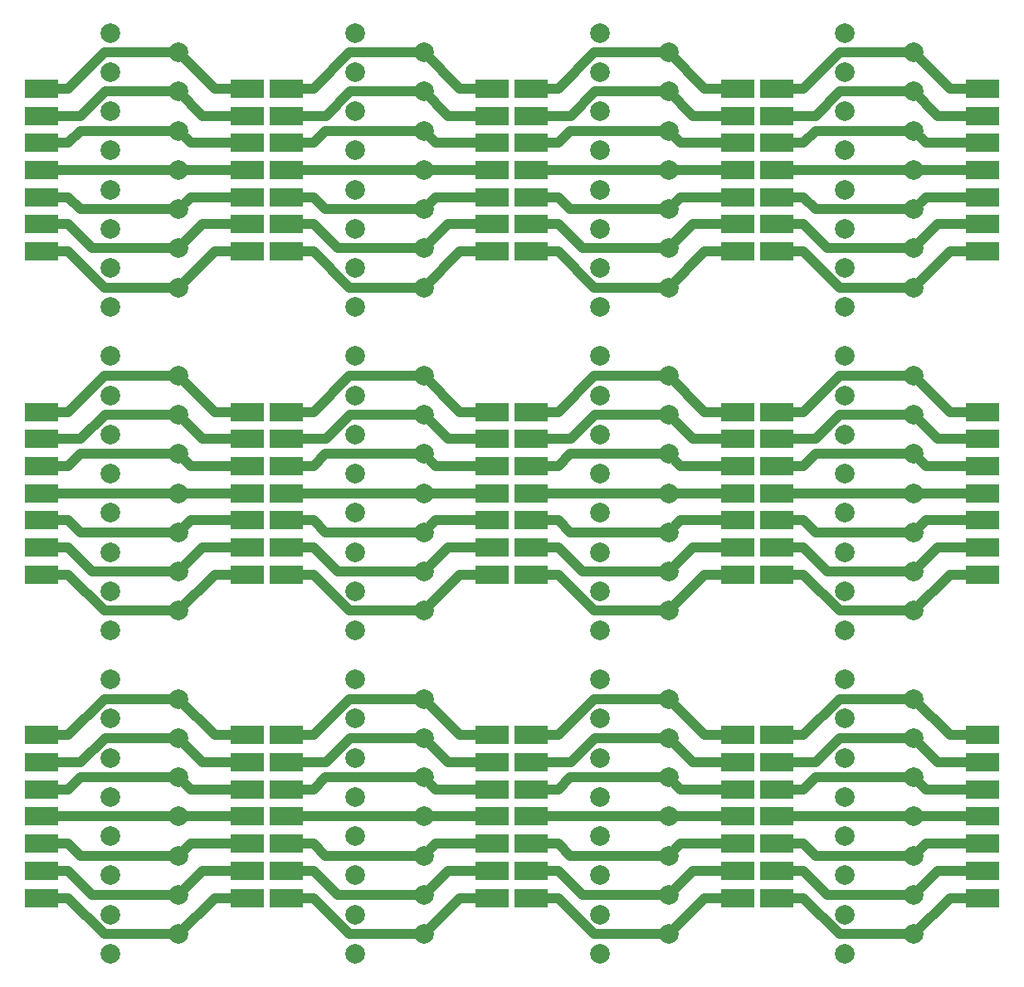
<source format=gbl>
G04 #@! TF.GenerationSoftware,KiCad,Pcbnew,(5.1.5)-3*
G04 #@! TF.CreationDate,2021-03-23T18:23:01+09:00*
G04 #@! TF.ProjectId,DSub15TestPoint(3x4),44537562-3135-4546-9573-74506f696e74,rev?*
G04 #@! TF.SameCoordinates,Original*
G04 #@! TF.FileFunction,Copper,L2,Bot*
G04 #@! TF.FilePolarity,Positive*
%FSLAX46Y46*%
G04 Gerber Fmt 4.6, Leading zero omitted, Abs format (unit mm)*
G04 Created by KiCad (PCBNEW (5.1.5)-3) date 2021-03-23 18:23:01*
%MOMM*%
%LPD*%
G04 APERTURE LIST*
%ADD10C,2.000000*%
%ADD11R,3.480000X1.846667*%
%ADD12C,1.000000*%
G04 APERTURE END LIST*
D10*
X114000000Y-98500000D03*
X121000000Y-116500000D03*
X114000000Y-102500000D03*
X114000000Y-106500000D03*
X114000000Y-110500000D03*
X114000000Y-114500000D03*
X121000000Y-124500000D03*
X121000000Y-100500000D03*
X71000000Y-112500000D03*
X71000000Y-104500000D03*
X114000000Y-126500000D03*
X114000000Y-122500000D03*
X71000000Y-108500000D03*
X114000000Y-118500000D03*
X96000000Y-108500000D03*
X96000000Y-112500000D03*
X121000000Y-120500000D03*
D11*
X128000000Y-120810000D03*
X128000000Y-118040000D03*
X128000000Y-115270000D03*
X128000000Y-112500000D03*
X128000000Y-109730000D03*
X128000000Y-106960000D03*
X128000000Y-104190000D03*
D10*
X96000000Y-100500000D03*
D11*
X107000000Y-120810000D03*
X107000000Y-118040000D03*
X107000000Y-115270000D03*
X107000000Y-112500000D03*
X107000000Y-109730000D03*
X107000000Y-106960000D03*
X107000000Y-104190000D03*
D10*
X89000000Y-126500000D03*
X121000000Y-104500000D03*
X121000000Y-108500000D03*
X71000000Y-116500000D03*
X121000000Y-112500000D03*
X96000000Y-104500000D03*
X89000000Y-102500000D03*
D11*
X82000000Y-120810000D03*
X82000000Y-118040000D03*
X82000000Y-115270000D03*
X82000000Y-112500000D03*
X82000000Y-109730000D03*
X82000000Y-106960000D03*
X82000000Y-104190000D03*
X103000000Y-120810000D03*
X103000000Y-118040000D03*
X103000000Y-115270000D03*
X103000000Y-112500000D03*
X103000000Y-109730000D03*
X103000000Y-106960000D03*
X103000000Y-104190000D03*
D10*
X89000000Y-114500000D03*
X89000000Y-98500000D03*
X89000000Y-110500000D03*
X46000000Y-120500000D03*
X64000000Y-98500000D03*
X96000000Y-120500000D03*
X89000000Y-106500000D03*
X64000000Y-102500000D03*
X96000000Y-124500000D03*
X89000000Y-118500000D03*
X46000000Y-104500000D03*
X96000000Y-116500000D03*
X71000000Y-100500000D03*
X89000000Y-122500000D03*
X71000000Y-124500000D03*
X39000000Y-126500000D03*
D11*
X32000000Y-120810000D03*
X32000000Y-118040000D03*
X32000000Y-115270000D03*
X32000000Y-112500000D03*
X32000000Y-109730000D03*
X32000000Y-106960000D03*
X32000000Y-104190000D03*
D10*
X39000000Y-114500000D03*
D11*
X53000000Y-120810000D03*
X53000000Y-118040000D03*
X53000000Y-115270000D03*
X53000000Y-112500000D03*
X53000000Y-109730000D03*
X53000000Y-106960000D03*
X53000000Y-104190000D03*
D10*
X39000000Y-118500000D03*
X39000000Y-122500000D03*
X64000000Y-126500000D03*
X39000000Y-110500000D03*
D11*
X78000000Y-120810000D03*
X78000000Y-118040000D03*
X78000000Y-115270000D03*
X78000000Y-112500000D03*
X78000000Y-109730000D03*
X78000000Y-106960000D03*
X78000000Y-104190000D03*
X57000000Y-120810000D03*
X57000000Y-118040000D03*
X57000000Y-115270000D03*
X57000000Y-112500000D03*
X57000000Y-109730000D03*
X57000000Y-106960000D03*
X57000000Y-104190000D03*
D10*
X39000000Y-98500000D03*
X64000000Y-114500000D03*
X46000000Y-116500000D03*
X46000000Y-108500000D03*
X64000000Y-118500000D03*
X46000000Y-124500000D03*
X39000000Y-102500000D03*
X39000000Y-106500000D03*
X46000000Y-100500000D03*
X64000000Y-106500000D03*
X46000000Y-112500000D03*
X64000000Y-122500000D03*
X71000000Y-120500000D03*
X64000000Y-110500000D03*
X114000000Y-73500000D03*
X121000000Y-83500000D03*
X114000000Y-69500000D03*
X114000000Y-65500000D03*
X121000000Y-67500000D03*
X121000000Y-91500000D03*
X114000000Y-77500000D03*
X114000000Y-81500000D03*
X121000000Y-71500000D03*
X121000000Y-75500000D03*
X121000000Y-79500000D03*
X121000000Y-87500000D03*
X114000000Y-93500000D03*
D11*
X128000000Y-71190000D03*
X128000000Y-73960000D03*
X128000000Y-76730000D03*
X128000000Y-79500000D03*
X128000000Y-82270000D03*
X128000000Y-85040000D03*
X128000000Y-87810000D03*
D10*
X114000000Y-89500000D03*
X96000000Y-67500000D03*
D11*
X107000000Y-71190000D03*
X107000000Y-73960000D03*
X107000000Y-76730000D03*
X107000000Y-79500000D03*
X107000000Y-82270000D03*
X107000000Y-85040000D03*
X107000000Y-87810000D03*
D10*
X96000000Y-71500000D03*
X114000000Y-85500000D03*
X96000000Y-79500000D03*
X96000000Y-75500000D03*
X71000000Y-75500000D03*
X71000000Y-83500000D03*
X71000000Y-79500000D03*
X71000000Y-71500000D03*
X89000000Y-93500000D03*
X96000000Y-91500000D03*
X89000000Y-69500000D03*
X96000000Y-83500000D03*
X89000000Y-65500000D03*
X89000000Y-85500000D03*
D11*
X82000000Y-71190000D03*
X82000000Y-73960000D03*
X82000000Y-76730000D03*
X82000000Y-79500000D03*
X82000000Y-82270000D03*
X82000000Y-85040000D03*
X82000000Y-87810000D03*
D10*
X96000000Y-87500000D03*
X71000000Y-67500000D03*
X89000000Y-73500000D03*
D11*
X103000000Y-71190000D03*
X103000000Y-73960000D03*
X103000000Y-76730000D03*
X103000000Y-79500000D03*
X103000000Y-82270000D03*
X103000000Y-85040000D03*
X103000000Y-87810000D03*
D10*
X89000000Y-81500000D03*
X89000000Y-77500000D03*
X89000000Y-89500000D03*
X71000000Y-91500000D03*
X64000000Y-65500000D03*
X46000000Y-87500000D03*
X46000000Y-71500000D03*
X64000000Y-69500000D03*
X64000000Y-77500000D03*
D11*
X57000000Y-71190000D03*
X57000000Y-73960000D03*
X57000000Y-76730000D03*
X57000000Y-79500000D03*
X57000000Y-82270000D03*
X57000000Y-85040000D03*
X57000000Y-87810000D03*
D10*
X64000000Y-89500000D03*
X64000000Y-81500000D03*
X64000000Y-93500000D03*
D11*
X78000000Y-71190000D03*
X78000000Y-73960000D03*
X78000000Y-76730000D03*
X78000000Y-79500000D03*
X78000000Y-82270000D03*
X78000000Y-85040000D03*
X78000000Y-87810000D03*
D10*
X46000000Y-83500000D03*
X46000000Y-75500000D03*
X46000000Y-67500000D03*
X64000000Y-85500000D03*
X64000000Y-73500000D03*
X46000000Y-79500000D03*
X71000000Y-87500000D03*
X46000000Y-91500000D03*
X39000000Y-65500000D03*
X39000000Y-69500000D03*
X39000000Y-73500000D03*
X39000000Y-77500000D03*
D11*
X32000000Y-71190000D03*
X32000000Y-73960000D03*
X32000000Y-76730000D03*
X32000000Y-79500000D03*
X32000000Y-82270000D03*
X32000000Y-85040000D03*
X32000000Y-87810000D03*
D10*
X39000000Y-81500000D03*
D11*
X53000000Y-71190000D03*
X53000000Y-73960000D03*
X53000000Y-76730000D03*
X53000000Y-79500000D03*
X53000000Y-82270000D03*
X53000000Y-85040000D03*
X53000000Y-87810000D03*
D10*
X39000000Y-85500000D03*
X39000000Y-89500000D03*
X39000000Y-93500000D03*
D11*
X32000000Y-54810000D03*
X32000000Y-52040000D03*
X32000000Y-49270000D03*
X32000000Y-46500000D03*
X32000000Y-43730000D03*
X32000000Y-40960000D03*
X32000000Y-38190000D03*
X53000000Y-54810000D03*
X53000000Y-52040000D03*
X53000000Y-49270000D03*
X53000000Y-46500000D03*
X53000000Y-43730000D03*
X53000000Y-40960000D03*
X53000000Y-38190000D03*
D10*
X39000000Y-60500000D03*
X39000000Y-56500000D03*
X39000000Y-52500000D03*
X39000000Y-48500000D03*
X39000000Y-44500000D03*
X39000000Y-40500000D03*
X39000000Y-36500000D03*
X39000000Y-32500000D03*
X46000000Y-58500000D03*
X46000000Y-54500000D03*
X46000000Y-50500000D03*
X46000000Y-46500000D03*
X46000000Y-42500000D03*
X46000000Y-38500000D03*
X46000000Y-34500000D03*
D11*
X57000000Y-54810000D03*
X57000000Y-52040000D03*
X57000000Y-49270000D03*
X57000000Y-46500000D03*
X57000000Y-43730000D03*
X57000000Y-40960000D03*
X57000000Y-38190000D03*
X78000000Y-54810000D03*
X78000000Y-52040000D03*
X78000000Y-49270000D03*
X78000000Y-46500000D03*
X78000000Y-43730000D03*
X78000000Y-40960000D03*
X78000000Y-38190000D03*
D10*
X64000000Y-60500000D03*
X64000000Y-56500000D03*
X64000000Y-52500000D03*
X64000000Y-48500000D03*
X64000000Y-44500000D03*
X64000000Y-40500000D03*
X64000000Y-36500000D03*
X64000000Y-32500000D03*
X71000000Y-58500000D03*
X71000000Y-54500000D03*
X71000000Y-50500000D03*
X71000000Y-46500000D03*
X71000000Y-42500000D03*
X71000000Y-38500000D03*
X71000000Y-34500000D03*
D11*
X82000000Y-54810000D03*
X82000000Y-52040000D03*
X82000000Y-49270000D03*
X82000000Y-46500000D03*
X82000000Y-43730000D03*
X82000000Y-40960000D03*
X82000000Y-38190000D03*
X103000000Y-54810000D03*
X103000000Y-52040000D03*
X103000000Y-49270000D03*
X103000000Y-46500000D03*
X103000000Y-43730000D03*
X103000000Y-40960000D03*
X103000000Y-38190000D03*
D10*
X89000000Y-60500000D03*
X89000000Y-56500000D03*
X89000000Y-52500000D03*
X89000000Y-48500000D03*
X89000000Y-44500000D03*
X89000000Y-40500000D03*
X89000000Y-36500000D03*
X89000000Y-32500000D03*
X96000000Y-58500000D03*
X96000000Y-54500000D03*
X96000000Y-50500000D03*
X96000000Y-46500000D03*
X96000000Y-42500000D03*
X96000000Y-38500000D03*
X96000000Y-34500000D03*
D11*
X107000000Y-54810000D03*
X107000000Y-52040000D03*
X107000000Y-49270000D03*
X107000000Y-46500000D03*
X107000000Y-43730000D03*
X107000000Y-40960000D03*
X107000000Y-38190000D03*
X128000000Y-54810000D03*
X128000000Y-52040000D03*
X128000000Y-49270000D03*
X128000000Y-46500000D03*
X128000000Y-43730000D03*
X128000000Y-40960000D03*
X128000000Y-38190000D03*
D10*
X114000000Y-60500000D03*
X114000000Y-56500000D03*
X114000000Y-52500000D03*
X114000000Y-48500000D03*
X114000000Y-44500000D03*
X114000000Y-40500000D03*
X114000000Y-36500000D03*
X114000000Y-32500000D03*
X121000000Y-58500000D03*
X121000000Y-54500000D03*
X121000000Y-50500000D03*
X121000000Y-46500000D03*
X121000000Y-42500000D03*
X121000000Y-38500000D03*
X121000000Y-34500000D03*
D12*
X49690000Y-54810000D02*
X46000000Y-58500000D01*
X53000000Y-54810000D02*
X49690000Y-54810000D01*
X38430000Y-58500000D02*
X44585787Y-58500000D01*
X44585787Y-58500000D02*
X46000000Y-58500000D01*
X34740000Y-54810000D02*
X38430000Y-58500000D01*
X32000000Y-54810000D02*
X34740000Y-54810000D01*
X74690000Y-54810000D02*
X71000000Y-58500000D01*
X78000000Y-54810000D02*
X74690000Y-54810000D01*
X63430000Y-58500000D02*
X69585787Y-58500000D01*
X69585787Y-58500000D02*
X71000000Y-58500000D01*
X59740000Y-54810000D02*
X63430000Y-58500000D01*
X57000000Y-54810000D02*
X59740000Y-54810000D01*
X99690000Y-54810000D02*
X96000000Y-58500000D01*
X103000000Y-54810000D02*
X99690000Y-54810000D01*
X88430000Y-58500000D02*
X94585787Y-58500000D01*
X94585787Y-58500000D02*
X96000000Y-58500000D01*
X84740000Y-54810000D02*
X88430000Y-58500000D01*
X82000000Y-54810000D02*
X84740000Y-54810000D01*
X124690000Y-54810000D02*
X121000000Y-58500000D01*
X128000000Y-54810000D02*
X124690000Y-54810000D01*
X113430000Y-58500000D02*
X119585787Y-58500000D01*
X119585787Y-58500000D02*
X121000000Y-58500000D01*
X109740000Y-54810000D02*
X113430000Y-58500000D01*
X107000000Y-54810000D02*
X109740000Y-54810000D01*
X49690000Y-87810000D02*
X46000000Y-91500000D01*
X53000000Y-87810000D02*
X49690000Y-87810000D01*
X38430000Y-91500000D02*
X44585787Y-91500000D01*
X63430000Y-91500000D02*
X69585787Y-91500000D01*
X74690000Y-87810000D02*
X71000000Y-91500000D01*
X57000000Y-87810000D02*
X59740000Y-87810000D01*
X78000000Y-87810000D02*
X74690000Y-87810000D01*
X69585787Y-91500000D02*
X71000000Y-91500000D01*
X59740000Y-87810000D02*
X63430000Y-91500000D01*
X44585787Y-91500000D02*
X46000000Y-91500000D01*
X34740000Y-87810000D02*
X38430000Y-91500000D01*
X32000000Y-87810000D02*
X34740000Y-87810000D01*
X88430000Y-91500000D02*
X94585787Y-91500000D01*
X84740000Y-87810000D02*
X88430000Y-91500000D01*
X103000000Y-87810000D02*
X99690000Y-87810000D01*
X82000000Y-87810000D02*
X84740000Y-87810000D01*
X99690000Y-87810000D02*
X96000000Y-91500000D01*
X94585787Y-91500000D02*
X96000000Y-91500000D01*
X128000000Y-87810000D02*
X124690000Y-87810000D01*
X109740000Y-87810000D02*
X113430000Y-91500000D01*
X124690000Y-87810000D02*
X121000000Y-91500000D01*
X119585787Y-91500000D02*
X121000000Y-91500000D01*
X113430000Y-91500000D02*
X119585787Y-91500000D01*
X107000000Y-87810000D02*
X109740000Y-87810000D01*
X49690000Y-120810000D02*
X46000000Y-124500000D01*
X53000000Y-120810000D02*
X49690000Y-120810000D01*
X38430000Y-124500000D02*
X44585787Y-124500000D01*
X63430000Y-124500000D02*
X69585787Y-124500000D01*
X74690000Y-120810000D02*
X71000000Y-124500000D01*
X69585787Y-124500000D02*
X71000000Y-124500000D01*
X57000000Y-120810000D02*
X59740000Y-120810000D01*
X44585787Y-124500000D02*
X46000000Y-124500000D01*
X59740000Y-120810000D02*
X63430000Y-124500000D01*
X78000000Y-120810000D02*
X74690000Y-120810000D01*
X34740000Y-120810000D02*
X38430000Y-124500000D01*
X32000000Y-120810000D02*
X34740000Y-120810000D01*
X94585787Y-124500000D02*
X96000000Y-124500000D01*
X82000000Y-120810000D02*
X84740000Y-120810000D01*
X88430000Y-124500000D02*
X94585787Y-124500000D01*
X84740000Y-120810000D02*
X88430000Y-124500000D01*
X99690000Y-120810000D02*
X96000000Y-124500000D01*
X103000000Y-120810000D02*
X99690000Y-120810000D01*
X119585787Y-124500000D02*
X121000000Y-124500000D01*
X107000000Y-120810000D02*
X109740000Y-120810000D01*
X109740000Y-120810000D02*
X113430000Y-124500000D01*
X128000000Y-120810000D02*
X124690000Y-120810000D01*
X113430000Y-124500000D02*
X119585787Y-124500000D01*
X124690000Y-120810000D02*
X121000000Y-124500000D01*
X48460000Y-52040000D02*
X46000000Y-54500000D01*
X53000000Y-52040000D02*
X48460000Y-52040000D01*
X44585787Y-54500000D02*
X46000000Y-54500000D01*
X37200000Y-54500000D02*
X44585787Y-54500000D01*
X34740000Y-52040000D02*
X37200000Y-54500000D01*
X32000000Y-52040000D02*
X34740000Y-52040000D01*
X73460000Y-52040000D02*
X71000000Y-54500000D01*
X78000000Y-52040000D02*
X73460000Y-52040000D01*
X69585787Y-54500000D02*
X71000000Y-54500000D01*
X62200000Y-54500000D02*
X69585787Y-54500000D01*
X59740000Y-52040000D02*
X62200000Y-54500000D01*
X57000000Y-52040000D02*
X59740000Y-52040000D01*
X98460000Y-52040000D02*
X96000000Y-54500000D01*
X103000000Y-52040000D02*
X98460000Y-52040000D01*
X94585787Y-54500000D02*
X96000000Y-54500000D01*
X87200000Y-54500000D02*
X94585787Y-54500000D01*
X84740000Y-52040000D02*
X87200000Y-54500000D01*
X82000000Y-52040000D02*
X84740000Y-52040000D01*
X123460000Y-52040000D02*
X121000000Y-54500000D01*
X128000000Y-52040000D02*
X123460000Y-52040000D01*
X119585787Y-54500000D02*
X121000000Y-54500000D01*
X112200000Y-54500000D02*
X119585787Y-54500000D01*
X109740000Y-52040000D02*
X112200000Y-54500000D01*
X107000000Y-52040000D02*
X109740000Y-52040000D01*
X59740000Y-85040000D02*
X62200000Y-87500000D01*
X57000000Y-85040000D02*
X59740000Y-85040000D01*
X69585787Y-87500000D02*
X71000000Y-87500000D01*
X62200000Y-87500000D02*
X69585787Y-87500000D01*
X73460000Y-85040000D02*
X71000000Y-87500000D01*
X78000000Y-85040000D02*
X73460000Y-85040000D01*
X53000000Y-85040000D02*
X48460000Y-85040000D01*
X34740000Y-85040000D02*
X37200000Y-87500000D01*
X44585787Y-87500000D02*
X46000000Y-87500000D01*
X37200000Y-87500000D02*
X44585787Y-87500000D01*
X32000000Y-85040000D02*
X34740000Y-85040000D01*
X48460000Y-85040000D02*
X46000000Y-87500000D01*
X103000000Y-85040000D02*
X98460000Y-85040000D01*
X94585787Y-87500000D02*
X96000000Y-87500000D01*
X98460000Y-85040000D02*
X96000000Y-87500000D01*
X87200000Y-87500000D02*
X94585787Y-87500000D01*
X82000000Y-85040000D02*
X84740000Y-85040000D01*
X84740000Y-85040000D02*
X87200000Y-87500000D01*
X123460000Y-85040000D02*
X121000000Y-87500000D01*
X119585787Y-87500000D02*
X121000000Y-87500000D01*
X107000000Y-85040000D02*
X109740000Y-85040000D01*
X128000000Y-85040000D02*
X123460000Y-85040000D01*
X109740000Y-85040000D02*
X112200000Y-87500000D01*
X112200000Y-87500000D02*
X119585787Y-87500000D01*
X62200000Y-120500000D02*
X69585787Y-120500000D01*
X57000000Y-118040000D02*
X59740000Y-118040000D01*
X69585787Y-120500000D02*
X71000000Y-120500000D01*
X59740000Y-118040000D02*
X62200000Y-120500000D01*
X53000000Y-118040000D02*
X48460000Y-118040000D01*
X34740000Y-118040000D02*
X37200000Y-120500000D01*
X78000000Y-118040000D02*
X73460000Y-118040000D01*
X73460000Y-118040000D02*
X71000000Y-120500000D01*
X44585787Y-120500000D02*
X46000000Y-120500000D01*
X37200000Y-120500000D02*
X44585787Y-120500000D01*
X32000000Y-118040000D02*
X34740000Y-118040000D01*
X94585787Y-120500000D02*
X96000000Y-120500000D01*
X48460000Y-118040000D02*
X46000000Y-120500000D01*
X98460000Y-118040000D02*
X96000000Y-120500000D01*
X103000000Y-118040000D02*
X98460000Y-118040000D01*
X82000000Y-118040000D02*
X84740000Y-118040000D01*
X84740000Y-118040000D02*
X87200000Y-120500000D01*
X87200000Y-120500000D02*
X94585787Y-120500000D01*
X112200000Y-120500000D02*
X119585787Y-120500000D01*
X123460000Y-118040000D02*
X121000000Y-120500000D01*
X109740000Y-118040000D02*
X112200000Y-120500000D01*
X119585787Y-120500000D02*
X121000000Y-120500000D01*
X107000000Y-118040000D02*
X109740000Y-118040000D01*
X128000000Y-118040000D02*
X123460000Y-118040000D01*
X47230000Y-49270000D02*
X46000000Y-50500000D01*
X53000000Y-49270000D02*
X47230000Y-49270000D01*
X44585787Y-50500000D02*
X46000000Y-50500000D01*
X35970000Y-50500000D02*
X44585787Y-50500000D01*
X34740000Y-49270000D02*
X35970000Y-50500000D01*
X32000000Y-49270000D02*
X34740000Y-49270000D01*
X72230000Y-49270000D02*
X71000000Y-50500000D01*
X78000000Y-49270000D02*
X72230000Y-49270000D01*
X69585787Y-50500000D02*
X71000000Y-50500000D01*
X60970000Y-50500000D02*
X69585787Y-50500000D01*
X59740000Y-49270000D02*
X60970000Y-50500000D01*
X57000000Y-49270000D02*
X59740000Y-49270000D01*
X97230000Y-49270000D02*
X96000000Y-50500000D01*
X103000000Y-49270000D02*
X97230000Y-49270000D01*
X94585787Y-50500000D02*
X96000000Y-50500000D01*
X85970000Y-50500000D02*
X94585787Y-50500000D01*
X84740000Y-49270000D02*
X85970000Y-50500000D01*
X82000000Y-49270000D02*
X84740000Y-49270000D01*
X122230000Y-49270000D02*
X121000000Y-50500000D01*
X128000000Y-49270000D02*
X122230000Y-49270000D01*
X119585787Y-50500000D02*
X121000000Y-50500000D01*
X110970000Y-50500000D02*
X119585787Y-50500000D01*
X109740000Y-49270000D02*
X110970000Y-50500000D01*
X107000000Y-49270000D02*
X109740000Y-49270000D01*
X69585787Y-83500000D02*
X71000000Y-83500000D01*
X60970000Y-83500000D02*
X69585787Y-83500000D01*
X57000000Y-82270000D02*
X59740000Y-82270000D01*
X78000000Y-82270000D02*
X72230000Y-82270000D01*
X59740000Y-82270000D02*
X60970000Y-83500000D01*
X72230000Y-82270000D02*
X71000000Y-83500000D01*
X47230000Y-82270000D02*
X46000000Y-83500000D01*
X53000000Y-82270000D02*
X47230000Y-82270000D01*
X35970000Y-83500000D02*
X44585787Y-83500000D01*
X34740000Y-82270000D02*
X35970000Y-83500000D01*
X44585787Y-83500000D02*
X46000000Y-83500000D01*
X32000000Y-82270000D02*
X34740000Y-82270000D01*
X85970000Y-83500000D02*
X94585787Y-83500000D01*
X97230000Y-82270000D02*
X96000000Y-83500000D01*
X82000000Y-82270000D02*
X84740000Y-82270000D01*
X84740000Y-82270000D02*
X85970000Y-83500000D01*
X94585787Y-83500000D02*
X96000000Y-83500000D01*
X103000000Y-82270000D02*
X97230000Y-82270000D01*
X119585787Y-83500000D02*
X121000000Y-83500000D01*
X109740000Y-82270000D02*
X110970000Y-83500000D01*
X107000000Y-82270000D02*
X109740000Y-82270000D01*
X122230000Y-82270000D02*
X121000000Y-83500000D01*
X110970000Y-83500000D02*
X119585787Y-83500000D01*
X128000000Y-82270000D02*
X122230000Y-82270000D01*
X78000000Y-115270000D02*
X72230000Y-115270000D01*
X69585787Y-116500000D02*
X71000000Y-116500000D01*
X57000000Y-115270000D02*
X59740000Y-115270000D01*
X60970000Y-116500000D02*
X69585787Y-116500000D01*
X59740000Y-115270000D02*
X60970000Y-116500000D01*
X72230000Y-115270000D02*
X71000000Y-116500000D01*
X47230000Y-115270000D02*
X46000000Y-116500000D01*
X44585787Y-116500000D02*
X46000000Y-116500000D01*
X35970000Y-116500000D02*
X44585787Y-116500000D01*
X53000000Y-115270000D02*
X47230000Y-115270000D01*
X32000000Y-115270000D02*
X34740000Y-115270000D01*
X34740000Y-115270000D02*
X35970000Y-116500000D01*
X97230000Y-115270000D02*
X96000000Y-116500000D01*
X82000000Y-115270000D02*
X84740000Y-115270000D01*
X103000000Y-115270000D02*
X97230000Y-115270000D01*
X94585787Y-116500000D02*
X96000000Y-116500000D01*
X84740000Y-115270000D02*
X85970000Y-116500000D01*
X85970000Y-116500000D02*
X94585787Y-116500000D01*
X109740000Y-115270000D02*
X110970000Y-116500000D01*
X122230000Y-115270000D02*
X121000000Y-116500000D01*
X119585787Y-116500000D02*
X121000000Y-116500000D01*
X110970000Y-116500000D02*
X119585787Y-116500000D01*
X128000000Y-115270000D02*
X122230000Y-115270000D01*
X107000000Y-115270000D02*
X109740000Y-115270000D01*
X53000000Y-46500000D02*
X46000000Y-46500000D01*
X46000000Y-46500000D02*
X32000000Y-46500000D01*
X78000000Y-46500000D02*
X71000000Y-46500000D01*
X71000000Y-46500000D02*
X57000000Y-46500000D01*
X103000000Y-46500000D02*
X96000000Y-46500000D01*
X96000000Y-46500000D02*
X82000000Y-46500000D01*
X128000000Y-46500000D02*
X121000000Y-46500000D01*
X121000000Y-46500000D02*
X107000000Y-46500000D01*
X71000000Y-79500000D02*
X57000000Y-79500000D01*
X78000000Y-79500000D02*
X71000000Y-79500000D01*
X46000000Y-79500000D02*
X32000000Y-79500000D01*
X53000000Y-79500000D02*
X46000000Y-79500000D01*
X103000000Y-79500000D02*
X96000000Y-79500000D01*
X96000000Y-79500000D02*
X82000000Y-79500000D01*
X121000000Y-79500000D02*
X107000000Y-79500000D01*
X128000000Y-79500000D02*
X121000000Y-79500000D01*
X71000000Y-112500000D02*
X57000000Y-112500000D01*
X46000000Y-112500000D02*
X32000000Y-112500000D01*
X78000000Y-112500000D02*
X71000000Y-112500000D01*
X53000000Y-112500000D02*
X46000000Y-112500000D01*
X103000000Y-112500000D02*
X96000000Y-112500000D01*
X96000000Y-112500000D02*
X82000000Y-112500000D01*
X121000000Y-112500000D02*
X107000000Y-112500000D01*
X128000000Y-112500000D02*
X121000000Y-112500000D01*
X47230000Y-43730000D02*
X46000000Y-42500000D01*
X53000000Y-43730000D02*
X47230000Y-43730000D01*
X44585787Y-42500000D02*
X46000000Y-42500000D01*
X35970000Y-42500000D02*
X44585787Y-42500000D01*
X34740000Y-43730000D02*
X35970000Y-42500000D01*
X32000000Y-43730000D02*
X34740000Y-43730000D01*
X72230000Y-43730000D02*
X71000000Y-42500000D01*
X78000000Y-43730000D02*
X72230000Y-43730000D01*
X69585787Y-42500000D02*
X71000000Y-42500000D01*
X60970000Y-42500000D02*
X69585787Y-42500000D01*
X59740000Y-43730000D02*
X60970000Y-42500000D01*
X57000000Y-43730000D02*
X59740000Y-43730000D01*
X97230000Y-43730000D02*
X96000000Y-42500000D01*
X103000000Y-43730000D02*
X97230000Y-43730000D01*
X94585787Y-42500000D02*
X96000000Y-42500000D01*
X85970000Y-42500000D02*
X94585787Y-42500000D01*
X84740000Y-43730000D02*
X85970000Y-42500000D01*
X82000000Y-43730000D02*
X84740000Y-43730000D01*
X122230000Y-43730000D02*
X121000000Y-42500000D01*
X128000000Y-43730000D02*
X122230000Y-43730000D01*
X119585787Y-42500000D02*
X121000000Y-42500000D01*
X110970000Y-42500000D02*
X119585787Y-42500000D01*
X109740000Y-43730000D02*
X110970000Y-42500000D01*
X107000000Y-43730000D02*
X109740000Y-43730000D01*
X72230000Y-76730000D02*
X71000000Y-75500000D01*
X78000000Y-76730000D02*
X72230000Y-76730000D01*
X60970000Y-75500000D02*
X69585787Y-75500000D01*
X69585787Y-75500000D02*
X71000000Y-75500000D01*
X59740000Y-76730000D02*
X60970000Y-75500000D01*
X57000000Y-76730000D02*
X59740000Y-76730000D01*
X44585787Y-75500000D02*
X46000000Y-75500000D01*
X35970000Y-75500000D02*
X44585787Y-75500000D01*
X47230000Y-76730000D02*
X46000000Y-75500000D01*
X53000000Y-76730000D02*
X47230000Y-76730000D01*
X34740000Y-76730000D02*
X35970000Y-75500000D01*
X32000000Y-76730000D02*
X34740000Y-76730000D01*
X94585787Y-75500000D02*
X96000000Y-75500000D01*
X103000000Y-76730000D02*
X97230000Y-76730000D01*
X85970000Y-75500000D02*
X94585787Y-75500000D01*
X97230000Y-76730000D02*
X96000000Y-75500000D01*
X82000000Y-76730000D02*
X84740000Y-76730000D01*
X84740000Y-76730000D02*
X85970000Y-75500000D01*
X122230000Y-76730000D02*
X121000000Y-75500000D01*
X128000000Y-76730000D02*
X122230000Y-76730000D01*
X109740000Y-76730000D02*
X110970000Y-75500000D01*
X110970000Y-75500000D02*
X119585787Y-75500000D01*
X119585787Y-75500000D02*
X121000000Y-75500000D01*
X107000000Y-76730000D02*
X109740000Y-76730000D01*
X72230000Y-109730000D02*
X71000000Y-108500000D01*
X60970000Y-108500000D02*
X69585787Y-108500000D01*
X78000000Y-109730000D02*
X72230000Y-109730000D01*
X69585787Y-108500000D02*
X71000000Y-108500000D01*
X57000000Y-109730000D02*
X59740000Y-109730000D01*
X44585787Y-108500000D02*
X46000000Y-108500000D01*
X59740000Y-109730000D02*
X60970000Y-108500000D01*
X35970000Y-108500000D02*
X44585787Y-108500000D01*
X47230000Y-109730000D02*
X46000000Y-108500000D01*
X53000000Y-109730000D02*
X47230000Y-109730000D01*
X32000000Y-109730000D02*
X34740000Y-109730000D01*
X34740000Y-109730000D02*
X35970000Y-108500000D01*
X82000000Y-109730000D02*
X84740000Y-109730000D01*
X97230000Y-109730000D02*
X96000000Y-108500000D01*
X84740000Y-109730000D02*
X85970000Y-108500000D01*
X85970000Y-108500000D02*
X94585787Y-108500000D01*
X103000000Y-109730000D02*
X97230000Y-109730000D01*
X94585787Y-108500000D02*
X96000000Y-108500000D01*
X128000000Y-109730000D02*
X122230000Y-109730000D01*
X109740000Y-109730000D02*
X110970000Y-108500000D01*
X107000000Y-109730000D02*
X109740000Y-109730000D01*
X110970000Y-108500000D02*
X119585787Y-108500000D01*
X119585787Y-108500000D02*
X121000000Y-108500000D01*
X122230000Y-109730000D02*
X121000000Y-108500000D01*
X48460000Y-40960000D02*
X46000000Y-38500000D01*
X53000000Y-40960000D02*
X48460000Y-40960000D01*
X44585787Y-38500000D02*
X46000000Y-38500000D01*
X38483998Y-38500000D02*
X44585787Y-38500000D01*
X36023998Y-40960000D02*
X38483998Y-38500000D01*
X32000000Y-40960000D02*
X36023998Y-40960000D01*
X73460000Y-40960000D02*
X71000000Y-38500000D01*
X78000000Y-40960000D02*
X73460000Y-40960000D01*
X69585787Y-38500000D02*
X71000000Y-38500000D01*
X63483998Y-38500000D02*
X69585787Y-38500000D01*
X61023998Y-40960000D02*
X63483998Y-38500000D01*
X57000000Y-40960000D02*
X61023998Y-40960000D01*
X98460000Y-40960000D02*
X96000000Y-38500000D01*
X103000000Y-40960000D02*
X98460000Y-40960000D01*
X94585787Y-38500000D02*
X96000000Y-38500000D01*
X88483998Y-38500000D02*
X94585787Y-38500000D01*
X86023998Y-40960000D02*
X88483998Y-38500000D01*
X82000000Y-40960000D02*
X86023998Y-40960000D01*
X123460000Y-40960000D02*
X121000000Y-38500000D01*
X128000000Y-40960000D02*
X123460000Y-40960000D01*
X119585787Y-38500000D02*
X121000000Y-38500000D01*
X113483998Y-38500000D02*
X119585787Y-38500000D01*
X111023998Y-40960000D02*
X113483998Y-38500000D01*
X107000000Y-40960000D02*
X111023998Y-40960000D01*
X57000000Y-73960000D02*
X61023998Y-73960000D01*
X78000000Y-73960000D02*
X73460000Y-73960000D01*
X69585787Y-71500000D02*
X71000000Y-71500000D01*
X63483998Y-71500000D02*
X69585787Y-71500000D01*
X61023998Y-73960000D02*
X63483998Y-71500000D01*
X73460000Y-73960000D02*
X71000000Y-71500000D01*
X48460000Y-73960000D02*
X46000000Y-71500000D01*
X44585787Y-71500000D02*
X46000000Y-71500000D01*
X38483998Y-71500000D02*
X44585787Y-71500000D01*
X53000000Y-73960000D02*
X48460000Y-73960000D01*
X36023998Y-73960000D02*
X38483998Y-71500000D01*
X32000000Y-73960000D02*
X36023998Y-73960000D01*
X88483998Y-71500000D02*
X94585787Y-71500000D01*
X103000000Y-73960000D02*
X98460000Y-73960000D01*
X98460000Y-73960000D02*
X96000000Y-71500000D01*
X86023998Y-73960000D02*
X88483998Y-71500000D01*
X82000000Y-73960000D02*
X86023998Y-73960000D01*
X94585787Y-71500000D02*
X96000000Y-71500000D01*
X123460000Y-73960000D02*
X121000000Y-71500000D01*
X107000000Y-73960000D02*
X111023998Y-73960000D01*
X111023998Y-73960000D02*
X113483998Y-71500000D01*
X113483998Y-71500000D02*
X119585787Y-71500000D01*
X119585787Y-71500000D02*
X121000000Y-71500000D01*
X128000000Y-73960000D02*
X123460000Y-73960000D01*
X78000000Y-106960000D02*
X73460000Y-106960000D01*
X38483998Y-104500000D02*
X44585787Y-104500000D01*
X48460000Y-106960000D02*
X46000000Y-104500000D01*
X44585787Y-104500000D02*
X46000000Y-104500000D01*
X63483998Y-104500000D02*
X69585787Y-104500000D01*
X57000000Y-106960000D02*
X61023998Y-106960000D01*
X69585787Y-104500000D02*
X71000000Y-104500000D01*
X73460000Y-106960000D02*
X71000000Y-104500000D01*
X61023998Y-106960000D02*
X63483998Y-104500000D01*
X36023998Y-106960000D02*
X38483998Y-104500000D01*
X53000000Y-106960000D02*
X48460000Y-106960000D01*
X32000000Y-106960000D02*
X36023998Y-106960000D01*
X82000000Y-106960000D02*
X86023998Y-106960000D01*
X103000000Y-106960000D02*
X98460000Y-106960000D01*
X94585787Y-104500000D02*
X96000000Y-104500000D01*
X86023998Y-106960000D02*
X88483998Y-104500000D01*
X88483998Y-104500000D02*
X94585787Y-104500000D01*
X98460000Y-106960000D02*
X96000000Y-104500000D01*
X113483998Y-104500000D02*
X119585787Y-104500000D01*
X111023998Y-106960000D02*
X113483998Y-104500000D01*
X107000000Y-106960000D02*
X111023998Y-106960000D01*
X119585787Y-104500000D02*
X121000000Y-104500000D01*
X123460000Y-106960000D02*
X121000000Y-104500000D01*
X128000000Y-106960000D02*
X123460000Y-106960000D01*
X49690000Y-38190000D02*
X46000000Y-34500000D01*
X53000000Y-38190000D02*
X49690000Y-38190000D01*
X38430000Y-34500000D02*
X44585787Y-34500000D01*
X44585787Y-34500000D02*
X46000000Y-34500000D01*
X34740000Y-38190000D02*
X38430000Y-34500000D01*
X32000000Y-38190000D02*
X34740000Y-38190000D01*
X74690000Y-38190000D02*
X71000000Y-34500000D01*
X78000000Y-38190000D02*
X74690000Y-38190000D01*
X63430000Y-34500000D02*
X69585787Y-34500000D01*
X69585787Y-34500000D02*
X71000000Y-34500000D01*
X59740000Y-38190000D02*
X63430000Y-34500000D01*
X57000000Y-38190000D02*
X59740000Y-38190000D01*
X99690000Y-38190000D02*
X96000000Y-34500000D01*
X103000000Y-38190000D02*
X99690000Y-38190000D01*
X88430000Y-34500000D02*
X94585787Y-34500000D01*
X94585787Y-34500000D02*
X96000000Y-34500000D01*
X84740000Y-38190000D02*
X88430000Y-34500000D01*
X82000000Y-38190000D02*
X84740000Y-38190000D01*
X124690000Y-38190000D02*
X121000000Y-34500000D01*
X128000000Y-38190000D02*
X124690000Y-38190000D01*
X113430000Y-34500000D02*
X119585787Y-34500000D01*
X119585787Y-34500000D02*
X121000000Y-34500000D01*
X109740000Y-38190000D02*
X113430000Y-34500000D01*
X107000000Y-38190000D02*
X109740000Y-38190000D01*
X63430000Y-67500000D02*
X69585787Y-67500000D01*
X74690000Y-71190000D02*
X71000000Y-67500000D01*
X69585787Y-67500000D02*
X71000000Y-67500000D01*
X57000000Y-71190000D02*
X59740000Y-71190000D01*
X78000000Y-71190000D02*
X74690000Y-71190000D01*
X59740000Y-71190000D02*
X63430000Y-67500000D01*
X38430000Y-67500000D02*
X44585787Y-67500000D01*
X32000000Y-71190000D02*
X34740000Y-71190000D01*
X49690000Y-71190000D02*
X46000000Y-67500000D01*
X44585787Y-67500000D02*
X46000000Y-67500000D01*
X53000000Y-71190000D02*
X49690000Y-71190000D01*
X34740000Y-71190000D02*
X38430000Y-67500000D01*
X99690000Y-71190000D02*
X96000000Y-67500000D01*
X103000000Y-71190000D02*
X99690000Y-71190000D01*
X94585787Y-67500000D02*
X96000000Y-67500000D01*
X88430000Y-67500000D02*
X94585787Y-67500000D01*
X82000000Y-71190000D02*
X84740000Y-71190000D01*
X84740000Y-71190000D02*
X88430000Y-67500000D01*
X107000000Y-71190000D02*
X109740000Y-71190000D01*
X128000000Y-71190000D02*
X124690000Y-71190000D01*
X124690000Y-71190000D02*
X121000000Y-67500000D01*
X119585787Y-67500000D02*
X121000000Y-67500000D01*
X113430000Y-67500000D02*
X119585787Y-67500000D01*
X109740000Y-71190000D02*
X113430000Y-67500000D01*
X63430000Y-100500000D02*
X69585787Y-100500000D01*
X74690000Y-104190000D02*
X71000000Y-100500000D01*
X78000000Y-104190000D02*
X74690000Y-104190000D01*
X57000000Y-104190000D02*
X59740000Y-104190000D01*
X69585787Y-100500000D02*
X71000000Y-100500000D01*
X59740000Y-104190000D02*
X63430000Y-100500000D01*
X32000000Y-104190000D02*
X34740000Y-104190000D01*
X34740000Y-104190000D02*
X38430000Y-100500000D01*
X38430000Y-100500000D02*
X44585787Y-100500000D01*
X44585787Y-100500000D02*
X46000000Y-100500000D01*
X49690000Y-104190000D02*
X46000000Y-100500000D01*
X53000000Y-104190000D02*
X49690000Y-104190000D01*
X103000000Y-104190000D02*
X99690000Y-104190000D01*
X84740000Y-104190000D02*
X88430000Y-100500000D01*
X94585787Y-100500000D02*
X96000000Y-100500000D01*
X82000000Y-104190000D02*
X84740000Y-104190000D01*
X99690000Y-104190000D02*
X96000000Y-100500000D01*
X88430000Y-100500000D02*
X94585787Y-100500000D01*
X107000000Y-104190000D02*
X109740000Y-104190000D01*
X109740000Y-104190000D02*
X113430000Y-100500000D01*
X128000000Y-104190000D02*
X124690000Y-104190000D01*
X124690000Y-104190000D02*
X121000000Y-100500000D01*
X119585787Y-100500000D02*
X121000000Y-100500000D01*
X113430000Y-100500000D02*
X119585787Y-100500000D01*
M02*

</source>
